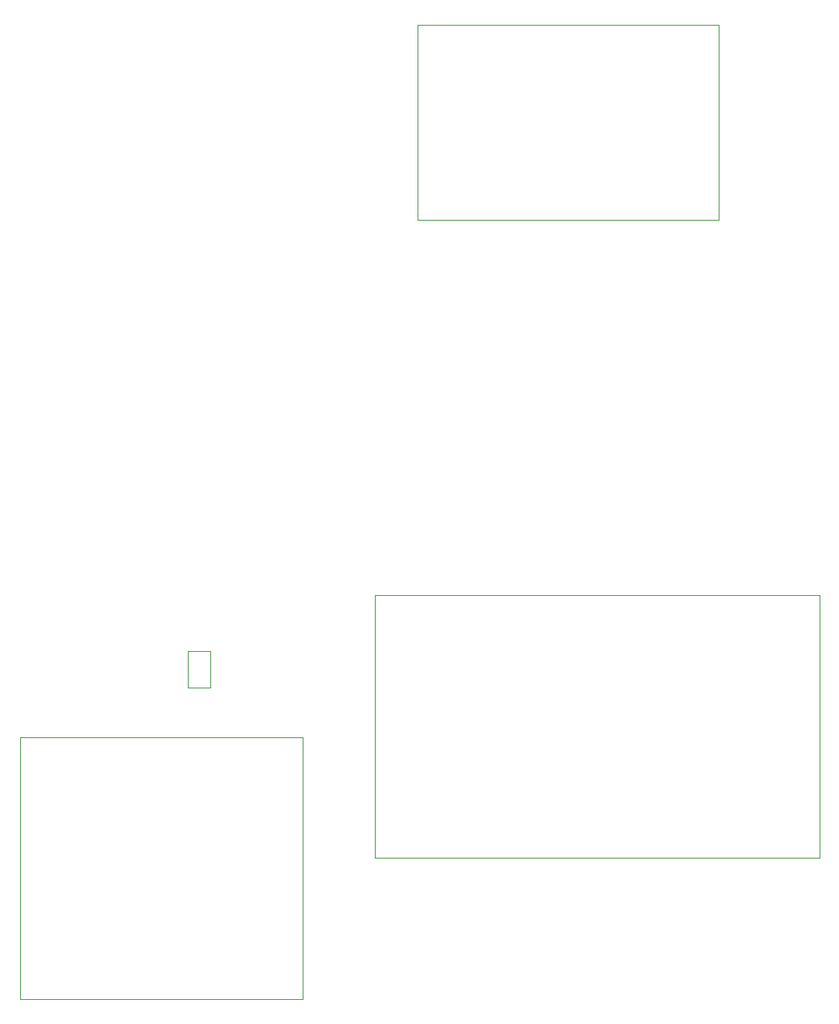
<source format=gbr>
G04 EasyPC Gerber Version 21.0.3 Build 4286 *
%FSLAX35Y35*%
%MOIN*%
%ADD84C,0.00197*%
%ADD12C,0.00394*%
X0Y0D02*
D02*
D12*
X161864Y114325D02*
X40604D01*
Y2120*
X161864*
Y114325*
X340427Y420073D02*
X211254D01*
Y336333*
X340427*
Y420073*
D02*
D84*
X112425Y151372D02*
Y135821D01*
X122268*
Y151372*
X112425*
X383675Y62898D02*
Y175398D01*
X192730*
Y62898*
X383675*
X0Y0D02*
M02*

</source>
